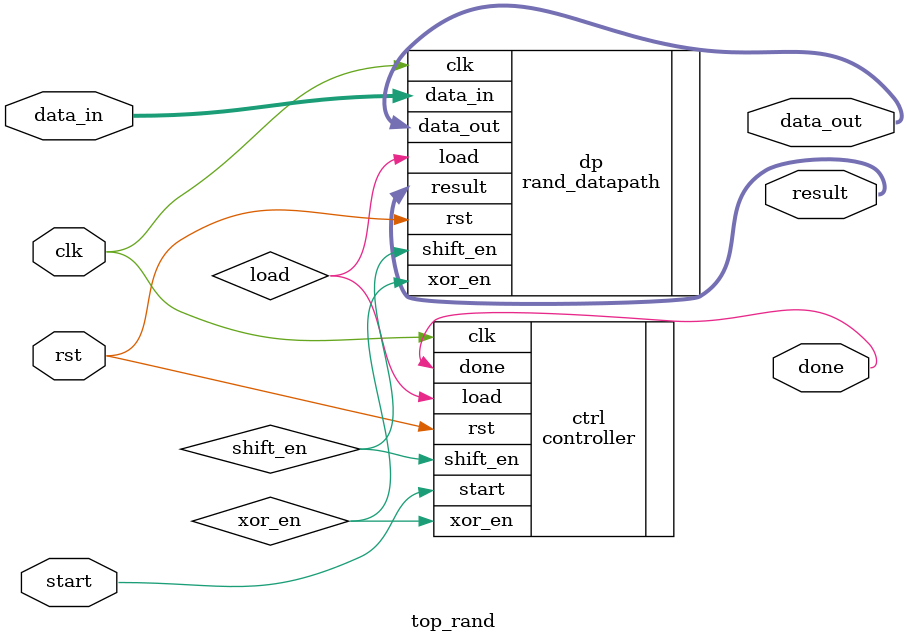
<source format=v>
module top_rand(
    input clk,
    input rst,
    input start,
    input [5:0] data_in,
    output [5:0] data_out,
    output [1:0] result,
    output done
);

wire load, shift_en, xor_en;

controller ctrl (
    .clk(clk),
    .rst(rst),
    .start(start),
    .load(load),
    .shift_en(shift_en),
    .xor_en(xor_en),
    .done(done)
);

rand_datapath dp (                   
    .clk(clk),
    .rst(rst),
    .load(load),
    .shift_en(shift_en),
    .xor_en(xor_en),
    .data_in(data_in),
    .data_out(data_out),
    .result(result)
);

endmodule

</source>
